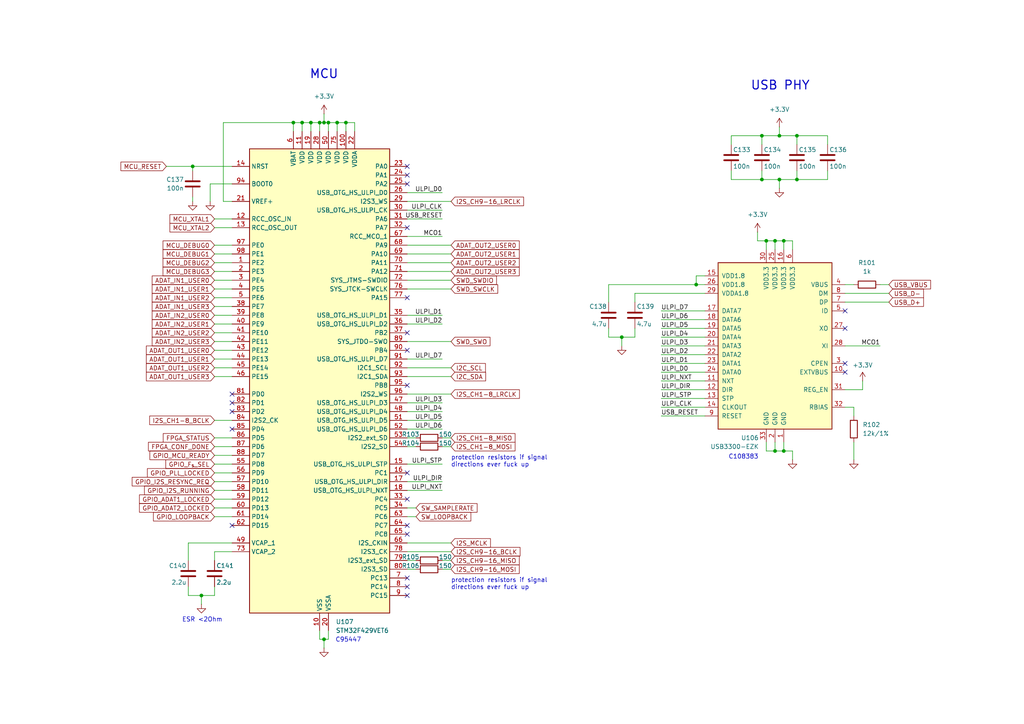
<source format=kicad_sch>
(kicad_sch (version 20250114) (generator "eeschema") (generator_version "9.0")
  (paper "A4")
  (title_block (title "16-in, 16-out USB <-> ADAT interface") (date "2025-09-29") (rev "1.0a") (company "Rethera") (comment 1 "Drawn by Łukasz Świszcz"))
  (lib_symbols
    (symbol "Device:C" (pin_numbers (hide yes)) (pin_names (offset 0.254))
      (property "Reference" "C" (at 0.635 2.54 0))
      (property "Value" "C" (at 0.635 -2.54 0))
      (symbol "C_0_1"
        (polyline (pts (xy -2.032 0.762) (xy 2.032 0.762)) (stroke (width 0.508)))
        (polyline (pts (xy -2.032 -0.762) (xy 2.032 -0.762)) (stroke (width 0.508)))
      )
      (symbol "C_1_1"
        (pin passive line (at 0 3.81 270) (length 2.794) (name "~") (number "1"))
        (pin passive line (at 0 -3.81 90) (length 2.794) (name "~") (number "2"))
      )
    )
    (symbol "Device:R" (pin_numbers (hide yes)) (pin_names (offset 0))
      (property "Reference" "R" (at 2.032 0 90))
      (property "Value" "R" (at 0 0 90))
      (symbol "R_0_1"
        (rectangle (start -1.016 -2.54) (end 1.016 2.54) (stroke (width 0.254)))
      )
      (symbol "R_1_1"
        (pin passive line (at 0 3.81 270) (length 1.27) (name "~") (number "1"))
        (pin passive line (at 0 -3.81 90) (length 1.27) (name "~") (number "2"))
      )
    )
    (symbol "Interface_USB:USB3300-EZK" (pin_names (offset 1.016))
      (property "Reference" "U" (at 0 1.27 0))
      (property "Value" "USB3300-EZK" (at 0 -1.27 0))
      (symbol "USB3300-EZK_0_1"
        (rectangle (start 16.51 -24.13) (end -16.51 24.13) (stroke (width 0.254)) (fill (type background)))
      )
      (symbol "USB3300-EZK_1_1"
        (pin power_in line (at -20.32 17.78 0) (length 3.81) (name "VBUS") (number "4"))
        (pin bidirectional line (at -20.32 15.24 0) (length 3.81) (name "DM") (number "8"))
        (pin bidirectional line (at -20.32 12.7 0) (length 3.81) (name "DP") (number "7"))
        (pin input line (at -20.32 10.16 0) (length 3.81) (name "ID") (number "5"))
        (pin output line (at -20.32 5.08 0) (length 3.81) (name "XO") (number "27"))
        (pin input line (at -20.32 0 0) (length 3.81) (name "XI") (number "28"))
        (pin output line (at -20.32 -5.08 0) (length 3.81) (name "CPEN") (number "3"))
        (pin input line (at -20.32 -7.62 0) (length 3.81) (name "EXTVBUS") (number "10"))
        (pin bidirectional line (at -20.32 -12.7 0) (length 3.81) (name "REG_EN") (number "31"))
        (pin passive line (at -20.32 -17.78 0) (length 3.81) (name "RBIAS") (number "32"))
        (pin power_in line (at -5.08 27.94 270) (length 3.81) (name "VDD3.3") (number "6"))
        (pin power_in line (at -2.54 27.94 270) (length 3.81) (name "VDD3.3") (number "16"))
        (pin power_in line (at -2.54 -27.94 90) (length 3.81) (name "GND") (number "1"))
        (pin power_in line (at 0 27.94 270) (length 3.81) (name "VDD3.3") (number "25"))
        (pin power_in line (at 0 -27.94 90) (length 3.81) (name "GND") (number "2"))
        (pin power_in line (at 2.54 27.94 270) (length 3.81) (name "VDD3.3") (number "30"))
        (pin power_in line (at 2.54 -27.94 90) (length 3.81) (name "GND") (number "33"))
        (pin power_out line (at 20.32 20.32 180) (length 3.81) (name "VDD1.8") (number "15"))
        (pin power_out line (at 20.32 17.78 180) (length 3.81) (name "VDD1.8") (number "26"))
        (pin power_out line (at 20.32 15.24 180) (length 3.81) (name "VDDA1.8") (number "29"))
        (pin bidirectional line (at 20.32 10.16 180) (length 3.81) (name "DATA7") (number "17"))
        (pin bidirectional line (at 20.32 7.62 180) (length 3.81) (name "DATA6") (number "18"))
        (pin bidirectional line (at 20.32 5.08 180) (length 3.81) (name "DATA5") (number "19"))
        (pin bidirectional line (at 20.32 2.54 180) (length 3.81) (name "DATA4") (number "20"))
        (pin bidirectional line (at 20.32 0 180) (length 3.81) (name "DATA3") (number "21"))
        (pin bidirectional line (at 20.32 -2.54 180) (length 3.81) (name "DATA2") (number "22"))
        (pin bidirectional line (at 20.32 -5.08 180) (length 3.81) (name "DATA1") (number "23"))
        (pin bidirectional line (at 20.32 -7.62 180) (length 3.81) (name "DATA0") (number "24"))
        (pin output line (at 20.32 -10.16 180) (length 3.81) (name "NXT") (number "11"))
        (pin output line (at 20.32 -12.7 180) (length 3.81) (name "DIR") (number "12"))
        (pin input line (at 20.32 -15.24 180) (length 3.81) (name "STP") (number "13"))
        (pin output line (at 20.32 -17.78 180) (length 3.81) (name "CLKOUT") (number "14"))
        (pin input line (at 20.32 -20.32 180) (length 3.81) (name "RESET") (number "9"))
      )
    )
    (symbol "MCU_ST_STM32F4:STM32F427VGTx"
      (property "Reference" "U" (at -20.32 69.85 0))
      (property "Value" "STM32F427VGTx" (at 12.7 69.85 0))
      (symbol "STM32F427VGTx_0_1"
        (rectangle (start -20.32 -66.04) (end 20.32 68.58) (stroke (width 0.254)) (fill (type background)))
      )
      (symbol "STM32F427VGTx_1_1"
        (pin input line (at -25.4 63.5 0) (length 5.08) (name "NRST") (number "14"))
        (pin input line (at -25.4 58.42 0) (length 5.08) (name "BOOT0") (number "94"))
        (pin input line (at -25.4 53.34 0) (length 5.08) (name "VREF+") (number "21"))
        (pin bidirectional line (at -25.4 48.26 0) (length 5.08) (name "PH0") (number "12") (alternate "RCC_OSC_IN" bidirectional line))
        (pin bidirectional line (at -25.4 45.72 0) (length 5.08) (name "PH1") (number "13") (alternate "RCC_OSC_OUT" bidirectional line))
        (pin bidirectional line (at -25.4 40.64 0) (length 5.08) (name "PE0") (number "97"))
        (pin bidirectional line (at -25.4 38.1 0) (length 5.08) (name "PE1") (number "98"))
        (pin bidirectional line (at -25.4 35.56 0) (length 5.08) (name "PE2") (number "1"))
        (pin bidirectional line (at -25.4 33.02 0) (length 5.08) (name "PE3") (number "2"))
        (pin bidirectional line (at -25.4 30.48 0) (length 5.08) (name "PE4") (number "3"))
        (pin bidirectional line (at -25.4 27.94 0) (length 5.08) (name "PE5") (number "4"))
        (pin bidirectional line (at -25.4 25.4 0) (length 5.08) (name "PE6") (number "5"))
        (pin bidirectional line (at -25.4 22.86 0) (length 5.08) (name "PE7") (number "38"))
        (pin bidirectional line (at -25.4 20.32 0) (length 5.08) (name "PE8") (number "39"))
        (pin bidirectional line (at -25.4 17.78 0) (length 5.08) (name "PE9") (number "40"))
        (pin bidirectional line (at -25.4 15.24 0) (length 5.08) (name "PE10") (number "41"))
        (pin bidirectional line (at -25.4 12.7 0) (length 5.08) (name "PE11") (number "42"))
        (pin bidirectional line (at -25.4 10.16 0) (length 5.08) (name "PE12") (number "43"))
        (pin bidirectional line (at -25.4 7.62 0) (length 5.08) (name "PE13") (number "44"))
        (pin bidirectional line (at -25.4 5.08 0) (length 5.08) (name "PE14") (number "45"))
        (pin bidirectional line (at -25.4 2.54 0) (length 5.08) (name "PE15") (number "46"))
        (pin bidirectional line (at -25.4 -2.54 0) (length 5.08) (name "PD0") (number "81"))
        (pin bidirectional line (at -25.4 -5.08 0) (length 5.08) (name "PD1") (number "82"))
        (pin bidirectional line (at -25.4 -7.62 0) (length 5.08) (name "PD2") (number "83"))
        (pin bidirectional line (at -25.4 -10.16 0) (length 5.08) (name "PD3") (number "84") (alternate "I2S2_CK" bidirectional line))
        (pin bidirectional line (at -25.4 -12.7 0) (length 5.08) (name "PD4") (number "85"))
        (pin bidirectional line (at -25.4 -15.24 0) (length 5.08) (name "PD5") (number "86"))
        (pin bidirectional line (at -25.4 -17.78 0) (length 5.08) (name "PD6") (number "87") (alternate "I2S3_SD" bidirectional line))
        (pin bidirectional line (at -25.4 -20.32 0) (length 5.08) (name "PD7") (number "88"))
        (pin bidirectional line (at -25.4 -22.86 0) (length 5.08) (name "PD8") (number "55"))
        (pin bidirectional line (at -25.4 -25.4 0) (length 5.08) (name "PD9") (number "56"))
        (pin bidirectional line (at -25.4 -27.94 0) (length 5.08) (name "PD10") (number "57"))
        (pin bidirectional line (at -25.4 -30.48 0) (length 5.08) (name "PD11") (number "58"))
        (pin bidirectional line (at -25.4 -33.02 0) (length 5.08) (name "PD12") (number "59"))
        (pin bidirectional line (at -25.4 -35.56 0) (length 5.08) (name "PD13") (number "60"))
        (pin bidirectional line (at -25.4 -38.1 0) (length 5.08) (name "PD14") (number "61"))
        (pin bidirectional line (at -25.4 -40.64 0) (length 5.08) (name "PD15") (number "62"))
        (pin power_out line (at -25.4 -45.72 0) (length 5.08) (name "VCAP_1") (number "49"))
        (pin power_out line (at -25.4 -48.26 0) (length 5.08) (name "VCAP_2") (number "73"))
        (pin power_in line (at -7.62 73.66 270) (length 5.08) (name "VBAT") (number "6"))
        (pin power_in line (at -5.08 73.66 270) (length 5.08) (name "VDD") (number "11"))
        (pin power_in line (at -2.54 73.66 270) (length 5.08) (name "VDD") (number "19"))
        (pin power_in line (at 0 73.66 270) (length 5.08) (name "VDD") (number "28"))
        (pin power_in line (at 0 -71.12 90) (length 5.08) (name "VSS") (number "10"))
        (pin passive line (at 0 -71.12 90) (length 5.08) (hide yes) (name "VSS") (number "27"))
        (pin passive line (at 0 -71.12 90) (length 5.08) (hide yes) (name "VSS") (number "74"))
        (pin passive line (at 0 -71.12 90) (length 5.08) (hide yes) (name "VSS") (number "99"))
        (pin power_in line (at 2.54 73.66 270) (length 5.08) (name "VDD") (number "50"))
        (pin power_in line (at 2.54 -71.12 90) (length 5.08) (name "VSSA") (number "20"))
        (pin power_in line (at 5.08 73.66 270) (length 5.08) (name "VDD") (number "75"))
        (pin power_in line (at 7.62 73.66 270) (length 5.08) (name "VDD") (number "100"))
        (pin power_in line (at 10.16 73.66 270) (length 5.08) (name "VDDA") (number "22"))
        (pin bidirectional line (at 25.4 63.5 180) (length 5.08) (name "PA0") (number "23"))
        (pin bidirectional line (at 25.4 60.96 180) (length 5.08) (name "PA1") (number "24"))
        (pin bidirectional line (at 25.4 58.42 180) (length 5.08) (name "PA2") (number "25"))
        (pin bidirectional line (at 25.4 55.88 180) (length 5.08) (name "PA3") (number "26") (alternate "USB_OTG_HS_ULPI_D0" bidirectional line))
        (pin bidirectional line (at 25.4 53.34 180) (length 5.08) (name "PA4") (number "29") (alternate "I2S3_WS" bidirectional line))
        (pin bidirectional line (at 25.4 50.8 180) (length 5.08) (name "PA5") (number "30") (alternate "USB_OTG_HS_ULPI_CK" bidirectional line))
        (pin bidirectional line (at 25.4 48.26 180) (length 5.08) (name "PA6") (number "31"))
        (pin bidirectional line (at 25.4 45.72 180) (length 5.08) (name "PA7") (number "32"))
        (pin bidirectional line (at 25.4 43.18 180) (length 5.08) (name "PA8") (number "67") (alternate "RCC_MCO_1" bidirectional line))
        (pin bidirectional line (at 25.4 40.64 180) (length 5.08) (name "PA9") (number "68"))
        (pin bidirectional line (at 25.4 38.1 180) (length 5.08) (name "PA10") (number "69"))
        (pin bidirectional line (at 25.4 35.56 180) (length 5.08) (name "PA11") (number "70"))
        (pin bidirectional line (at 25.4 33.02 180) (length 5.08) (name "PA12") (number "71"))
        (pin bidirectional line (at 25.4 30.48 180) (length 5.08) (name "PA13") (number "72") (alternate "SYS_JTMS-SWDIO" bidirectional line))
        (pin bidirectional line (at 25.4 27.94 180) (length 5.08) (name "PA14") (number "76") (alternate "SYS_JTCK-SWCLK" bidirectional line))
        (pin bidirectional line (at 25.4 25.4 180) (length 5.08) (name "PA15") (number "77") (alternate "I2S3_WS" bidirectional line))
        (pin bidirectional line (at 25.4 20.32 180) (length 5.08) (name "PB0") (number "35") (alternate "USB_OTG_HS_ULPI_D1" bidirectional line))
        (pin bidirectional line (at 25.4 17.78 180) (length 5.08) (name "PB1") (number "36") (alternate "USB_OTG_HS_ULPI_D2" bidirectional line))
        (pin bidirectional line (at 25.4 15.24 180) (length 5.08) (name "PB2") (number "37"))
        (pin bidirectional line (at 25.4 12.7 180) (length 5.08) (name "PB3") (number "89") (alternate "I2S3_CK" bidirectional line) (alternate "SYS_JTDO-SWO" bidirectional line))
        (pin bidirectional line (at 25.4 10.16 180) (length 5.08) (name "PB4") (number "90") (alternate "I2S3_ext_SD" bidirectional line))
        (pin bidirectional line (at 25.4 7.62 180) (length 5.08) (name "PB5") (number "91") (alternate "I2S3_SD" bidirectional line) (alternate "USB_OTG_HS_ULPI_D7" bidirectional line))
        (pin bidirectional line (at 25.4 5.08 180) (length 5.08) (name "PB6") (number "92") (alternate "I2C1_SCL" bidirectional line))
        (pin bidirectional line (at 25.4 2.54 180) (length 5.08) (name "PB7") (number "93") (alternate "I2C1_SDA" bidirectional line))
        (pin bidirectional line (at 25.4 0 180) (length 5.08) (name "PB8") (number "95") (alternate "I2C1_SCL" bidirectional line))
        (pin bidirectional line (at 25.4 -2.54 180) (length 5.08) (name "PB9") (number "96") (alternate "I2C1_SDA" bidirectional line) (alternate "I2S2_WS" bidirectional line))
        (pin bidirectional line (at 25.4 -5.08 180) (length 5.08) (name "PB10") (number "47") (alternate "I2S2_CK" bidirectional line) (alternate "USB_OTG_HS_ULPI_D3" bidirectional line))
        (pin bidirectional line (at 25.4 -7.62 180) (length 5.08) (name "PB11") (number "48") (alternate "USB_OTG_HS_ULPI_D4" bidirectional line))
        (pin bidirectional line (at 25.4 -10.16 180) (length 5.08) (name "PB12") (number "51") (alternate "I2S2_WS" bidirectional line) (alternate "USB_OTG_HS_ULPI_D5" bidirectional line))
        (pin bidirectional line (at 25.4 -12.7 180) (length 5.08) (name "PB13") (number "52") (alternate "I2S2_CK" bidirectional line) (alternate "USB_OTG_HS_ULPI_D6" bidirectional line))
        (pin bidirectional line (at 25.4 -15.24 180) (length 5.08) (name "PB14") (number "53") (alternate "I2S2_ext_SD" bidirectional line))
        (pin bidirectional line (at 25.4 -17.78 180) (length 5.08) (name "PB15") (number "54") (alternate "I2S2_SD" bidirectional line))
        (pin bidirectional line (at 25.4 -22.86 180) (length 5.08) (name "PC0") (number "15") (alternate "USB_OTG_HS_ULPI_STP" bidirectional line))
        (pin bidirectional line (at 25.4 -25.4 180) (length 5.08) (name "PC1") (number "16"))
        (pin bidirectional line (at 25.4 -27.94 180) (length 5.08) (name "PC2") (number "17") (alternate "I2S2_ext_SD" bidirectional line) (alternate "USB_OTG_HS_ULPI_DIR" bidirectional line))
        (pin bidirectional line (at 25.4 -30.48 180) (length 5.08) (name "PC3") (number "18") (alternate "I2S2_SD" bidirectional line) (alternate "USB_OTG_HS_ULPI_NXT" bidirectional line))
        (pin bidirectional line (at 25.4 -33.02 180) (length 5.08) (name "PC4") (number "33"))
        (pin bidirectional line (at 25.4 -35.56 180) (length 5.08) (name "PC5") (number "34"))
        (pin bidirectional line (at 25.4 -38.1 180) (length 5.08) (name "PC6") (number "63"))
        (pin bidirectional line (at 25.4 -40.64 180) (length 5.08) (name "PC7") (number "64"))
        (pin bidirectional line (at 25.4 -43.18 180) (length 5.08) (name "PC8") (number "65"))
        (pin bidirectional line (at 25.4 -45.72 180) (length 5.08) (name "PC9") (number "66") (alternate "I2S_CKIN" bidirectional line))
        (pin bidirectional line (at 25.4 -48.26 180) (length 5.08) (name "PC10") (number "78") (alternate "I2S3_CK" bidirectional line))
        (pin bidirectional line (at 25.4 -50.8 180) (length 5.08) (name "PC11") (number "79") (alternate "I2S3_ext_SD" bidirectional line))
        (pin bidirectional line (at 25.4 -53.34 180) (length 5.08) (name "PC12") (number "80") (alternate "I2S3_SD" bidirectional line))
        (pin bidirectional line (at 25.4 -55.88 180) (length 5.08) (name "PC13") (number "7"))
        (pin bidirectional line (at 25.4 -58.42 180) (length 5.08) (name "PC14") (number "8"))
        (pin bidirectional line (at 25.4 -60.96 180) (length 5.08) (name "PC15") (number "9"))
      )
    )
    (symbol "power:+3.3V" (power) (pin_numbers (hide yes)) (pin_names (offset 0) (hide yes))
      (property "Value" "+3.3V" (at 0 3.556 0))
      (symbol "+3.3V_0_1"
        (polyline (pts (xy -0.762 1.27) (xy 0 2.54)))
        (polyline (pts (xy 0 2.54) (xy 0.762 1.27)))
        (polyline (pts (xy 0 0) (xy 0 2.54)))
      )
      (symbol "+3.3V_1_1"
        (pin power_in line (at 0 0 90) (length 0) (name "~") (number "1"))
      )
    )
    (symbol "power:GND" (power) (pin_numbers (hide yes)) (pin_names (offset 0) (hide yes))
      (property "Value" "GND" (at 0 -3.81 0))
      (symbol "GND_0_1"
        (polyline (pts (xy 0 0) (xy 0 -1.27) (xy 1.27 -1.27) (xy 0 -2.54) (xy -1.27 -1.27) (xy 0 -1.27)))
      )
      (symbol "GND_1_1"
        (pin power_in line (at 0 0 270) (length 0) (name "~") (number "1"))
      )
    )
  )
  (text "USB PHY" (at 226.314 24.892 0) (effects (font (size 2.54 2.54) (thickness 0.3175))))
  (text "C108383" (at 215.646 132.588 0) (effects (font (size 1.27 1.27))))
  (text "MCU" (at 93.98 21.59 0) (effects (font (size 2.54 2.54) (thickness 0.3175))))
  (text "protection resistors if signal\ndirections ever fuck up" (at 130.81 133.858 0) (effects (font (size 1.27 1.27)) (justify left)))
  (text "protection resistors if signal\ndirections ever fuck up" (at 130.81 169.418 0) (effects (font (size 1.27 1.27)) (justify left)))
  (text "C95447" (at 97.282 185.674 0) (effects (font (size 1.27 1.27)) (justify left)))
  (text "ESR <2Ohm" (at 58.674 179.832 0) (effects (font (size 1.27 1.27))))
  (junction (at 100.33 35.56))
  (junction (at 87.63 35.56))
  (junction (at 224.79 130.81))
  (junction (at 201.93 82.55))
  (junction (at 90.17 35.56))
  (junction (at 93.98 185.42))
  (junction (at 220.98 39.37))
  (junction (at 226.06 52.07))
  (junction (at 227.33 69.85))
  (junction (at 97.79 35.56))
  (junction (at 222.25 69.85))
  (junction (at 180.34 97.79))
  (junction (at 92.71 35.56))
  (junction (at 220.98 52.07))
  (junction (at 85.09 35.56))
  (junction (at 58.42 172.72))
  (junction (at 227.33 130.81))
  (junction (at 224.79 69.85))
  (junction (at 93.98 35.56))
  (junction (at 226.06 39.37))
  (junction (at 231.14 52.07))
  (junction (at 95.25 35.56))
  (junction (at 231.14 39.37))
  (junction (at 55.88 48.26))
  (no_connect (at 118.11 152.4))
  (no_connect (at 118.11 154.94))
  (no_connect (at 67.31 124.46))
  (no_connect (at 118.11 172.72))
  (no_connect (at 118.11 53.34))
  (no_connect (at 118.11 144.78))
  (no_connect (at 67.31 119.38))
  (no_connect (at 118.11 50.8))
  (no_connect (at 118.11 101.6))
  (no_connect (at 245.11 107.95))
  (no_connect (at 245.11 90.17))
  (no_connect (at 67.31 114.3))
  (no_connect (at 118.11 66.04))
  (no_connect (at 245.11 95.25))
  (no_connect (at 118.11 167.64))
  (no_connect (at 118.11 170.18))
  (no_connect (at 118.11 137.16))
  (no_connect (at 67.31 116.84))
  (no_connect (at 245.11 105.41))
  (no_connect (at 118.11 48.26))
  (no_connect (at 118.11 96.52))
  (no_connect (at 118.11 86.36))
  (no_connect (at 118.11 111.76))
  (no_connect (at 67.31 152.4))
  (wire (pts (xy 55.88 48.26) (xy 55.88 49.53)))
  (wire (pts (xy 97.79 35.56) (xy 100.33 35.56)))
  (wire (pts (xy 130.81 73.66) (xy 118.11 73.66)))
  (wire (pts (xy 130.81 78.74) (xy 118.11 78.74)))
  (wire (pts (xy 231.14 49.53) (xy 231.14 52.07)))
  (wire (pts (xy 62.23 134.62) (xy 67.31 134.62)))
  (wire (pts (xy 130.81 160.02) (xy 118.11 160.02)))
  (wire (pts (xy 95.25 35.56) (xy 95.25 38.1)))
  (wire (pts (xy 191.77 120.65) (xy 204.47 120.65)))
  (wire (pts (xy 62.23 121.92) (xy 67.31 121.92)))
  (wire (pts (xy 191.77 97.79) (xy 204.47 97.79)))
  (wire (pts (xy 130.81 71.12) (xy 118.11 71.12)))
  (wire (pts (xy 60.96 53.34) (xy 67.31 53.34)))
  (wire (pts (xy 191.77 107.95) (xy 204.47 107.95)))
  (wire (pts (xy 64.77 35.56) (xy 85.09 35.56)))
  (wire (pts (xy 128.27 134.62) (xy 118.11 134.62)))
  (wire (pts (xy 180.34 100.33) (xy 180.34 97.79)))
  (wire (pts (xy 93.98 35.56) (xy 95.25 35.56)))
  (wire (pts (xy 62.23 71.12) (xy 67.31 71.12)))
  (wire (pts (xy 62.23 76.2) (xy 67.31 76.2)))
  (wire (pts (xy 118.11 127) (xy 120.65 127)))
  (wire (pts (xy 118.11 162.56) (xy 120.65 162.56)))
  (wire (pts (xy 201.93 80.01) (xy 201.93 82.55)))
  (wire (pts (xy 118.11 149.86) (xy 120.65 149.86)))
  (wire (pts (xy 180.34 97.79) (xy 184.15 97.79)))
  (wire (pts (xy 184.15 85.09) (xy 204.47 85.09)))
  (wire (pts (xy 229.87 130.81) (xy 229.87 133.35)))
  (wire (pts (xy 62.23 147.32) (xy 67.31 147.32)))
  (wire (pts (xy 220.98 49.53) (xy 220.98 52.07)))
  (wire (pts (xy 118.11 63.5) (xy 128.27 63.5)))
  (wire (pts (xy 62.23 99.06) (xy 67.31 99.06)))
  (wire (pts (xy 191.77 113.03) (xy 204.47 113.03)))
  (wire (pts (xy 62.23 73.66) (xy 67.31 73.66)))
  (wire (pts (xy 62.23 78.74) (xy 67.31 78.74)))
  (wire (pts (xy 128.27 124.46) (xy 118.11 124.46)))
  (wire (pts (xy 222.25 128.27) (xy 222.25 130.81)))
  (wire (pts (xy 128.27 55.88) (xy 118.11 55.88)))
  (wire (pts (xy 224.79 130.81) (xy 224.79 128.27)))
  (wire (pts (xy 62.23 96.52) (xy 67.31 96.52)))
  (wire (pts (xy 220.98 52.07) (xy 212.09 52.07)))
  (wire (pts (xy 226.06 52.07) (xy 226.06 54.61)))
  (wire (pts (xy 245.11 87.63) (xy 257.81 87.63)))
  (wire (pts (xy 92.71 182.88) (xy 92.71 185.42)))
  (wire (pts (xy 191.77 102.87) (xy 204.47 102.87)))
  (wire (pts (xy 240.03 49.53) (xy 240.03 52.07)))
  (wire (pts (xy 227.33 130.81) (xy 224.79 130.81)))
  (wire (pts (xy 118.11 83.82) (xy 130.81 83.82)))
  (wire (pts (xy 191.77 110.49) (xy 204.47 110.49)))
  (wire (pts (xy 128.27 127) (xy 130.81 127)))
  (wire (pts (xy 102.87 35.56) (xy 102.87 38.1)))
  (wire (pts (xy 90.17 35.56) (xy 90.17 38.1)))
  (wire (pts (xy 62.23 170.18) (xy 62.23 172.72)))
  (wire (pts (xy 224.79 69.85) (xy 224.79 72.39)))
  (wire (pts (xy 58.42 172.72) (xy 58.42 175.26)))
  (wire (pts (xy 62.23 137.16) (xy 67.31 137.16)))
  (wire (pts (xy 60.96 53.34) (xy 60.96 58.42)))
  (wire (pts (xy 67.31 58.42) (xy 64.77 58.42)))
  (wire (pts (xy 222.25 130.81) (xy 224.79 130.81)))
  (wire (pts (xy 184.15 95.25) (xy 184.15 97.79)))
  (wire (pts (xy 201.93 82.55) (xy 204.47 82.55)))
  (wire (pts (xy 229.87 130.81) (xy 227.33 130.81)))
  (wire (pts (xy 62.23 142.24) (xy 67.31 142.24)))
  (wire (pts (xy 90.17 35.56) (xy 92.71 35.56)))
  (wire (pts (xy 176.53 82.55) (xy 176.53 87.63)))
  (wire (pts (xy 62.23 149.86) (xy 67.31 149.86)))
  (wire (pts (xy 128.27 139.7) (xy 118.11 139.7)))
  (wire (pts (xy 93.98 185.42) (xy 95.25 185.42)))
  (wire (pts (xy 62.23 81.28) (xy 67.31 81.28)))
  (wire (pts (xy 250.19 113.03) (xy 250.19 110.49)))
  (wire (pts (xy 67.31 160.02) (xy 62.23 160.02)))
  (wire (pts (xy 229.87 69.85) (xy 229.87 72.39)))
  (wire (pts (xy 231.14 39.37) (xy 231.14 41.91)))
  (wire (pts (xy 224.79 69.85) (xy 227.33 69.85)))
  (wire (pts (xy 128.27 121.92) (xy 118.11 121.92)))
  (wire (pts (xy 118.11 99.06) (xy 130.81 99.06)))
  (wire (pts (xy 62.23 160.02) (xy 62.23 162.56)))
  (wire (pts (xy 118.11 129.54) (xy 120.65 129.54)))
  (wire (pts (xy 118.11 58.42) (xy 130.81 58.42)))
  (wire (pts (xy 222.25 69.85) (xy 224.79 69.85)))
  (wire (pts (xy 191.77 105.41) (xy 204.47 105.41)))
  (wire (pts (xy 212.09 39.37) (xy 220.98 39.37)))
  (wire (pts (xy 128.27 129.54) (xy 130.81 129.54)))
  (wire (pts (xy 97.79 35.56) (xy 97.79 38.1)))
  (wire (pts (xy 54.61 157.48) (xy 54.61 162.56)))
  (wire (pts (xy 128.27 60.96) (xy 118.11 60.96)))
  (wire (pts (xy 87.63 35.56) (xy 90.17 35.56)))
  (wire (pts (xy 219.71 69.85) (xy 222.25 69.85)))
  (wire (pts (xy 62.23 66.04) (xy 67.31 66.04)))
  (wire (pts (xy 227.33 69.85) (xy 229.87 69.85)))
  (wire (pts (xy 191.77 115.57) (xy 204.47 115.57)))
  (wire (pts (xy 176.53 82.55) (xy 201.93 82.55)))
  (wire (pts (xy 220.98 39.37) (xy 226.06 39.37)))
  (wire (pts (xy 62.23 93.98) (xy 67.31 93.98)))
  (wire (pts (xy 118.11 106.68) (xy 130.81 106.68)))
  (wire (pts (xy 220.98 52.07) (xy 226.06 52.07)))
  (wire (pts (xy 62.23 139.7) (xy 67.31 139.7)))
  (wire (pts (xy 54.61 172.72) (xy 58.42 172.72)))
  (wire (pts (xy 227.33 69.85) (xy 227.33 72.39)))
  (wire (pts (xy 100.33 35.56) (xy 102.87 35.56)))
  (wire (pts (xy 226.06 36.83) (xy 226.06 39.37)))
  (wire (pts (xy 118.11 109.22) (xy 130.81 109.22)))
  (wire (pts (xy 128.27 116.84) (xy 118.11 116.84)))
  (wire (pts (xy 240.03 39.37) (xy 240.03 41.91)))
  (wire (pts (xy 247.65 128.27) (xy 247.65 133.35)))
  (wire (pts (xy 62.23 109.22) (xy 67.31 109.22)))
  (wire (pts (xy 245.11 82.55) (xy 247.65 82.55)))
  (wire (pts (xy 191.77 92.71) (xy 204.47 92.71)))
  (wire (pts (xy 48.26 48.26) (xy 55.88 48.26)))
  (wire (pts (xy 231.14 39.37) (xy 240.03 39.37)))
  (wire (pts (xy 231.14 52.07) (xy 240.03 52.07)))
  (wire (pts (xy 85.09 38.1) (xy 85.09 35.56)))
  (wire (pts (xy 128.27 119.38) (xy 118.11 119.38)))
  (wire (pts (xy 95.25 185.42) (xy 95.25 182.88)))
  (wire (pts (xy 93.98 185.42) (xy 93.98 187.96)))
  (wire (pts (xy 62.23 83.82) (xy 67.31 83.82)))
  (wire (pts (xy 247.65 120.65) (xy 247.65 118.11)))
  (wire (pts (xy 62.23 86.36) (xy 67.31 86.36)))
  (wire (pts (xy 92.71 35.56) (xy 93.98 35.56)))
  (wire (pts (xy 62.23 127) (xy 67.31 127)))
  (wire (pts (xy 67.31 157.48) (xy 54.61 157.48)))
  (wire (pts (xy 62.23 104.14) (xy 67.31 104.14)))
  (wire (pts (xy 64.77 58.42) (xy 64.77 35.56)))
  (wire (pts (xy 128.27 165.1) (xy 130.81 165.1)))
  (wire (pts (xy 220.98 39.37) (xy 220.98 41.91)))
  (wire (pts (xy 226.06 39.37) (xy 231.14 39.37)))
  (wire (pts (xy 95.25 35.56) (xy 97.79 35.56)))
  (wire (pts (xy 62.23 106.68) (xy 67.31 106.68)))
  (wire (pts (xy 62.23 132.08) (xy 67.31 132.08)))
  (wire (pts (xy 128.27 93.98) (xy 118.11 93.98)))
  (wire (pts (xy 55.88 57.15) (xy 55.88 58.42)))
  (wire (pts (xy 62.23 88.9) (xy 67.31 88.9)))
  (wire (pts (xy 226.06 52.07) (xy 231.14 52.07)))
  (wire (pts (xy 118.11 157.48) (xy 130.81 157.48)))
  (wire (pts (xy 128.27 162.56) (xy 130.81 162.56)))
  (wire (pts (xy 176.53 97.79) (xy 180.34 97.79)))
  (wire (pts (xy 100.33 35.56) (xy 100.33 38.1)))
  (wire (pts (xy 191.77 100.33) (xy 204.47 100.33)))
  (wire (pts (xy 87.63 35.56) (xy 87.63 38.1)))
  (wire (pts (xy 245.11 113.03) (xy 250.19 113.03)))
  (wire (pts (xy 58.42 172.72) (xy 62.23 172.72)))
  (wire (pts (xy 128.27 104.14) (xy 118.11 104.14)))
  (wire (pts (xy 85.09 35.56) (xy 87.63 35.56)))
  (wire (pts (xy 176.53 95.25) (xy 176.53 97.79)))
  (wire (pts (xy 118.11 147.32) (xy 120.65 147.32)))
  (wire (pts (xy 222.25 72.39) (xy 222.25 69.85)))
  (wire (pts (xy 212.09 39.37) (xy 212.09 41.91)))
  (wire (pts (xy 255.27 82.55) (xy 257.81 82.55)))
  (wire (pts (xy 191.77 95.25) (xy 204.47 95.25)))
  (wire (pts (xy 245.11 85.09) (xy 257.81 85.09)))
  (wire (pts (xy 219.71 67.31) (xy 219.71 69.85)))
  (wire (pts (xy 92.71 35.56) (xy 92.71 38.1)))
  (wire (pts (xy 245.11 100.33) (xy 255.27 100.33)))
  (wire (pts (xy 54.61 172.72) (xy 54.61 170.18)))
  (wire (pts (xy 128.27 142.24) (xy 118.11 142.24)))
  (wire (pts (xy 227.33 128.27) (xy 227.33 130.81)))
  (wire (pts (xy 118.11 81.28) (xy 130.81 81.28)))
  (wire (pts (xy 118.11 68.58) (xy 128.27 68.58)))
  (wire (pts (xy 128.27 91.44) (xy 118.11 91.44)))
  (wire (pts (xy 191.77 118.11) (xy 204.47 118.11)))
  (wire (pts (xy 62.23 101.6) (xy 67.31 101.6)))
  (wire (pts (xy 62.23 63.5) (xy 67.31 63.5)))
  (wire (pts (xy 184.15 85.09) (xy 184.15 87.63)))
  (wire (pts (xy 62.23 129.54) (xy 67.31 129.54)))
  (wire (pts (xy 62.23 91.44) (xy 67.31 91.44)))
  (wire (pts (xy 247.65 118.11) (xy 245.11 118.11)))
  (wire (pts (xy 55.88 48.26) (xy 67.31 48.26)))
  (wire (pts (xy 93.98 33.02) (xy 93.98 35.56)))
  (wire (pts (xy 92.71 185.42) (xy 93.98 185.42)))
  (wire (pts (xy 191.77 90.17) (xy 204.47 90.17)))
  (wire (pts (xy 204.47 80.01) (xy 201.93 80.01)))
  (wire (pts (xy 118.11 165.1) (xy 120.65 165.1)))
  (wire (pts (xy 62.23 144.78) (xy 67.31 144.78)))
  (wire (pts (xy 212.09 52.07) (xy 212.09 49.53)))
  (wire (pts (xy 118.11 114.3) (xy 130.81 114.3)))
  (wire (pts (xy 130.81 76.2) (xy 118.11 76.2)))
  (label "ULPI_D5" (at 128.27 121.92 180))
  (label "USB_RESET" (at 191.77 120.65 0))
  (label "ULPI_D0" (at 128.27 55.88 180))
  (label "ULPI_D6" (at 191.77 92.71 0))
  (label "ULPI_D7" (at 191.77 90.17 0))
  (label "ULPI_D3" (at 128.27 116.84 180))
  (label "ULPI_D4" (at 191.77 97.79 0))
  (label "ULPI_D5" (at 191.77 95.25 0))
  (label "ULPI_D3" (at 191.77 100.33 0))
  (label "ULPI_D2" (at 191.77 102.87 0))
  (label "ULPI_D1" (at 191.77 105.41 0))
  (label "ULPI_D0" (at 191.77 107.95 0))
  (label "ULPI_STP" (at 191.77 115.57 0))
  (label "ULPI_NXT" (at 191.77 110.49 0))
  (label "ULPI_D6" (at 128.27 124.46 180))
  (label "ULPI_NXT" (at 128.27 142.24 180))
  (label "ULPI_CLK" (at 191.77 118.11 0))
  (label "MCO1" (at 255.27 100.33 180))
  (label "ULPI_D4" (at 128.27 119.38 180))
  (label "USB_RESET" (at 128.27 63.5 180))
  (label "ULPI_CLK" (at 128.27 60.96 180))
  (label "ULPI_D7" (at 128.27 104.14 180))
  (label "ULPI_D2" (at 128.27 93.98 180))
  (label "ULPI_D1" (at 128.27 91.44 180))
  (label "ULPI_STP" (at 128.27 134.62 180))
  (label "ULPI_DIR" (at 128.27 139.7 180))
  (label "ULPI_DIR" (at 191.77 113.03 0))
  (label "MCO1" (at 128.27 68.58 180))
  (global_label "GPIO_F_{s}_SEL" (shape input) (at 62.23 134.62 180) (property "Intersheetrefs" "${INTERSHEET_REFS}" (effects (hide yes))))
  (global_label "GPIO_I2S_RESYNC_REQ" (shape input) (at 62.23 139.7 180) (property "Intersheetrefs" "${INTERSHEET_REFS}" (effects (hide yes))))
  (global_label "ADAT_IN2_USER3" (shape input) (at 62.23 99.06 180) (property "Intersheetrefs" "${INTERSHEET_REFS}" (effects (hide yes))))
  (global_label "GPIO_PLL_LOCKED" (shape input) (at 62.23 137.16 180) (property "Intersheetrefs" "${INTERSHEET_REFS}" (effects (hide yes))))
  (global_label "USB_D-" (shape input) (at 257.81 85.09 0) (property "Intersheetrefs" "${INTERSHEET_REFS}" (effects (hide yes))))
  (global_label "MCU_DEBUG2" (shape input) (at 62.23 76.2 180) (property "Intersheetrefs" "${INTERSHEET_REFS}" (effects (hide yes))))
  (global_label "MCU_XTAL1" (shape input) (at 62.23 63.5 180) (property "Intersheetrefs" "${INTERSHEET_REFS}" (effects (hide yes))))
  (global_label "I2S_CH1-8_LRCLK" (shape input) (at 130.81 114.3 0) (property "Intersheetrefs" "${INTERSHEET_REFS}" (effects (hide yes))))
  (global_label "MCU_DEBUG3" (shape input) (at 62.23 78.74 180) (property "Intersheetrefs" "${INTERSHEET_REFS}" (effects (hide yes))))
  (global_label "I2S_CH9-16_MISO" (shape input) (at 130.81 162.56 0) (property "Intersheetrefs" "${INTERSHEET_REFS}" (effects (hide yes))))
  (global_label "ADAT_IN1_USER3" (shape input) (at 62.23 88.9 180) (property "Intersheetrefs" "${INTERSHEET_REFS}" (effects (hide yes))))
  (global_label "ADAT_OUT1_USER0" (shape input) (at 62.23 101.6 180) (property "Intersheetrefs" "${INTERSHEET_REFS}" (effects (hide yes))))
  (global_label "GPIO_LOOPBACK" (shape input) (at 62.23 149.86 180) (property "Intersheetrefs" "${INTERSHEET_REFS}" (effects (hide yes))))
  (global_label "MCU_XTAL2" (shape input) (at 62.23 66.04 180) (property "Intersheetrefs" "${INTERSHEET_REFS}" (effects (hide yes))))
  (global_label "ADAT_IN2_USER0" (shape input) (at 62.23 91.44 180) (property "Intersheetrefs" "${INTERSHEET_REFS}" (effects (hide yes))))
  (global_label "ADAT_IN1_USER0" (shape input) (at 62.23 81.28 180) (property "Intersheetrefs" "${INTERSHEET_REFS}" (effects (hide yes))))
  (global_label "FPGA_STATUS" (shape input) (at 62.23 127 180) (property "Intersheetrefs" "${INTERSHEET_REFS}" (effects (hide yes))))
  (global_label "I2S_MCLK" (shape input) (at 130.81 157.48 0) (property "Intersheetrefs" "${INTERSHEET_REFS}" (effects (hide yes))))
  (global_label "SWD_SWO" (shape input) (at 130.81 99.06 0) (property "Intersheetrefs" "${INTERSHEET_REFS}" (effects (hide yes))))
  (global_label "I2S_CH9-16_BCLK" (shape input) (at 130.81 160.02 0) (property "Intersheetrefs" "${INTERSHEET_REFS}" (effects (hide yes))))
  (global_label "ADAT_OUT2_USER0" (shape input) (at 130.81 71.12 0) (property "Intersheetrefs" "${INTERSHEET_REFS}" (effects (hide yes))))
  (global_label "ADAT_IN1_USER2" (shape input) (at 62.23 86.36 180) (property "Intersheetrefs" "${INTERSHEET_REFS}" (effects (hide yes))))
  (global_label "SW_SAMPLERATE" (shape input) (at 120.65 147.32 0) (property "Intersheetrefs" "${INTERSHEET_REFS}" (effects (hide yes))))
  (global_label "I2S_CH1-8_MISO" (shape input) (at 130.81 127 0) (property "Intersheetrefs" "${INTERSHEET_REFS}" (effects (hide yes))))
  (global_label "ADAT_OUT2_USER1" (shape input) (at 130.81 73.66 0) (property "Intersheetrefs" "${INTERSHEET_REFS}" (effects (hide yes))))
  (global_label "GPIO_MCU_READY" (shape input) (at 62.23 132.08 180) (property "Intersheetrefs" "${INTERSHEET_REFS}" (effects (hide yes))))
  (global_label "ADAT_IN1_USER1" (shape input) (at 62.23 83.82 180) (property "Intersheetrefs" "${INTERSHEET_REFS}" (effects (hide yes))))
  (global_label "I2C_SDA" (shape input) (at 130.81 109.22 0) (property "Intersheetrefs" "${INTERSHEET_REFS}" (effects (hide yes))))
  (global_label "MCU_DEBUG0" (shape input) (at 62.23 71.12 180) (property "Intersheetrefs" "${INTERSHEET_REFS}" (effects (hide yes))))
  (global_label "ADAT_OUT1_USER2" (shape input) (at 62.23 106.68 180) (property "Intersheetrefs" "${INTERSHEET_REFS}" (effects (hide yes))))
  (global_label "ADAT_OUT2_USER2" (shape input) (at 130.81 76.2 0) (property "Intersheetrefs" "${INTERSHEET_REFS}" (effects (hide yes))))
  (global_label "ADAT_OUT1_USER3" (shape input) (at 62.23 109.22 180) (property "Intersheetrefs" "${INTERSHEET_REFS}" (effects (hide yes))))
  (global_label "ADAT_OUT1_USER1" (shape input) (at 62.23 104.14 180) (property "Intersheetrefs" "${INTERSHEET_REFS}" (effects (hide yes))))
  (global_label "SWD_SWDIO" (shape input) (at 130.81 81.28 0) (property "Intersheetrefs" "${INTERSHEET_REFS}" (effects (hide yes))))
  (global_label "GPIO_ADAT2_LOCKED" (shape input) (at 62.23 147.32 180) (property "Intersheetrefs" "${INTERSHEET_REFS}" (effects (hide yes))))
  (global_label "MCU_DEBUG1" (shape input) (at 62.23 73.66 180) (property "Intersheetrefs" "${INTERSHEET_REFS}" (effects (hide yes))))
  (global_label "I2S_CH1-8_BCLK" (shape input) (at 62.23 121.92 180) (property "Intersheetrefs" "${INTERSHEET_REFS}" (effects (hide yes))))
  (global_label "USB_VBUS" (shape input) (at 257.81 82.55 0) (property "Intersheetrefs" "${INTERSHEET_REFS}" (effects (hide yes))))
  (global_label "FPGA_CONF_DONE" (shape input) (at 62.23 129.54 180) (property "Intersheetrefs" "${INTERSHEET_REFS}" (effects (hide yes))))
  (global_label "SW_LOOPBACK" (shape input) (at 120.65 149.86 0) (property "Intersheetrefs" "${INTERSHEET_REFS}" (effects (hide yes))))
  (global_label "ADAT_IN2_USER2" (shape input) (at 62.23 96.52 180) (property "Intersheetrefs" "${INTERSHEET_REFS}" (effects (hide yes))))
  (global_label "ADAT_IN2_USER1" (shape input) (at 62.23 93.98 180) (property "Intersheetrefs" "${INTERSHEET_REFS}" (effects (hide yes))))
  (global_label "SWD_SWCLK" (shape input) (at 130.81 83.82 0) (property "Intersheetrefs" "${INTERSHEET_REFS}" (effects (hide yes))))
  (global_label "GPIO_ADAT1_LOCKED" (shape input) (at 62.23 144.78 180) (property "Intersheetrefs" "${INTERSHEET_REFS}" (effects (hide yes))))
  (global_label "MCU_RESET" (shape input) (at 48.26 48.26 180) (property "Intersheetrefs" "${INTERSHEET_REFS}" (effects (hide yes))))
  (global_label "USB_D+" (shape input) (at 257.81 87.63 0) (property "Intersheetrefs" "${INTERSHEET_REFS}" (effects (hide yes))))
  (global_label "I2S_CH9-16_MOSI" (shape input) (at 130.81 165.1 0) (property "Intersheetrefs" "${INTERSHEET_REFS}" (effects (hide yes))))
  (global_label "I2S_CH1-8_MOSI" (shape input) (at 130.81 129.54 0) (property "Intersheetrefs" "${INTERSHEET_REFS}" (effects (hide yes))))
  (global_label "ADAT_OUT2_USER3" (shape input) (at 130.81 78.74 0) (property "Intersheetrefs" "${INTERSHEET_REFS}" (effects (hide yes))))
  (global_label "I2S_CH9-16_LRCLK" (shape input) (at 130.81 58.42 0) (property "Intersheetrefs" "${INTERSHEET_REFS}" (effects (hide yes))))
  (global_label "I2C_SCL" (shape input) (at 130.81 106.68 0) (property "Intersheetrefs" "${INTERSHEET_REFS}" (effects (hide yes))))
  (global_label "GPIO_I2S_RUNNING" (shape input) (at 62.23 142.24 180) (property "Intersheetrefs" "${INTERSHEET_REFS}" (effects (hide yes))))
  (symbol (lib_id "Device:C") (at 54.61 166.37 0) (unit 1)
    (property "Reference" "C140" (at 54.102 164.084 0) (effects (justify right)))
    (property "Value" "2.2u" (at 54.102 168.91 0) (effects (justify right)))
    (property "Footprint" "Capacitor_SMD:C_0805_2012Metric_Pad1.18x1.45mm_HandSolder" (effects (hide yes)))
    (property "Description" "Unpolarized capacitor" (effects (hide yes)))
  )
  (symbol (lib_id "power:+3.3V") (at 93.98 33.02 0) (unit 1)
    (property "Reference" "#PWR0125" (effects (hide yes)))
    (property "Value" "+3.3V" (at 93.98 27.94 0))
    (property "Description" "Power symbol creates a global label with name \"+3.3V\"" (effects (hide yes)))
  )
  (symbol (lib_id "Device:R") (at 124.46 127 90) (mirror x) (unit 1)
    (property "Reference" "R103" (at 121.666 125.984 90) (effects (justify left)))
    (property "Value" "150" (at 127.254 125.984 90) (effects (justify right)))
    (property "Footprint" "Resistor_SMD:R_0805_2012Metric_Pad1.20x1.40mm_HandSolder" (effects (hide yes)))
    (property "Description" "Resistor" (effects (hide yes)))
  )
  (symbol (lib_id "power:GND") (at 58.42 175.26 0) (unit 1)
    (property "Reference" "#PWR0136" (effects (hide yes)))
    (property "Value" "GND" (effects (hide yes)))
    (property "Description" "Power symbol creates a global label with name \"GND\" , ground" (effects (hide yes)))
  )
  (symbol (lib_id "Device:R") (at 124.46 165.1 90) (mirror x) (unit 1)
    (property "Reference" "R106" (at 121.666 164.084 90) (effects (justify left)))
    (property "Value" "150" (at 127.254 164.084 90) (effects (justify right)))
    (property "Footprint" "Resistor_SMD:R_0805_2012Metric_Pad1.20x1.40mm_HandSolder" (effects (hide yes)))
    (property "Description" "Resistor" (effects (hide yes)))
  )
  (symbol (lib_id "power:+3.3V") (at 219.71 67.31 0) (unit 1)
    (property "Reference" "#PWR0130" (effects (hide yes)))
    (property "Value" "+3.3V" (at 219.71 62.23 0))
    (property "Description" "Power symbol creates a global label with name \"+3.3V\"" (effects (hide yes)))
  )
  (symbol (lib_id "power:+3.3V") (at 250.19 110.49 0) (unit 1)
    (property "Reference" "#PWR0132" (effects (hide yes)))
    (property "Value" "+3.3V" (at 250.19 105.918 0))
    (property "Description" "Power symbol creates a global label with name \"+3.3V\"" (effects (hide yes)))
  )
  (symbol (lib_id "Device:C") (at 176.53 91.44 0) (unit 1)
    (property "Reference" "C138" (at 176.022 88.9 0) (effects (justify right)))
    (property "Value" "4.7u" (at 176.022 93.98 0) (effects (justify right)))
    (property "Footprint" "Capacitor_SMD:C_0805_2012Metric_Pad1.18x1.45mm_HandSolder" (effects (hide yes)))
    (property "Description" "Unpolarized capacitor" (effects (hide yes)))
  )
  (symbol (lib_id "Device:C") (at 220.98 45.72 0) (mirror y) (unit 1)
    (property "Reference" "C134" (at 221.488 43.434 0) (effects (justify right)))
    (property "Value" "100n" (at 221.488 48.26 0) (effects (justify right)))
    (property "Footprint" "Capacitor_SMD:C_0805_2012Metric_Pad1.18x1.45mm_HandSolder" (effects (hide yes)))
    (property "Description" "Unpolarized capacitor" (effects (hide yes)))
  )
  (symbol (lib_id "power:GND") (at 229.87 133.35 0) (unit 1)
    (property "Reference" "#PWR0134" (effects (hide yes)))
    (property "Value" "GND" (effects (hide yes)))
    (property "Description" "Power symbol creates a global label with name \"GND\" , ground" (effects (hide yes)))
  )
  (symbol (lib_id "Device:C") (at 231.14 45.72 0) (mirror y) (unit 1)
    (property "Reference" "C135" (at 231.648 43.434 0) (effects (justify right)))
    (property "Value" "100n" (at 231.648 48.26 0) (effects (justify right)))
    (property "Footprint" "Capacitor_SMD:C_0805_2012Metric_Pad1.18x1.45mm_HandSolder" (effects (hide yes)))
    (property "Description" "Unpolarized capacitor" (effects (hide yes)))
  )
  (symbol (lib_id "Device:C") (at 240.03 45.72 0) (mirror y) (unit 1)
    (property "Reference" "C136" (at 240.538 43.434 0) (effects (justify right)))
    (property "Value" "100n" (at 240.538 48.26 0) (effects (justify right)))
    (property "Footprint" "Capacitor_SMD:C_0805_2012Metric_Pad1.18x1.45mm_HandSolder" (effects (hide yes)))
    (property "Description" "Unpolarized capacitor" (effects (hide yes)))
  )
  (symbol (lib_id "Device:C") (at 62.23 166.37 0) (mirror y) (unit 1)
    (property "Reference" "C141" (at 62.738 164.084 0) (effects (justify right)))
    (property "Value" "2.2u" (at 62.738 168.91 0) (effects (justify right)))
    (property "Footprint" "Capacitor_SMD:C_0805_2012Metric_Pad1.18x1.45mm_HandSolder" (effects (hide yes)))
    (property "Description" "Unpolarized capacitor" (effects (hide yes)))
  )
  (symbol (lib_id "power:+3.3V") (at 226.06 36.83 0) (unit 1)
    (property "Reference" "#PWR0126" (effects (hide yes)))
    (property "Value" "+3.3V" (at 226.06 31.75 0))
    (property "Description" "Power symbol creates a global label with name \"+3.3V\"" (effects (hide yes)))
  )
  (symbol (lib_id "Device:R") (at 247.65 124.46 180) (unit 1)
    (property "Reference" "R102" (at 250.19 123.1899 0) (effects (justify right)))
    (property "Value" "12k/1%" (at 250.19 125.7299 0) (effects (justify right)))
    (property "Footprint" "Resistor_SMD:R_0805_2012Metric_Pad1.20x1.40mm_HandSolder" (effects (hide yes)))
    (property "Description" "Resistor" (effects (hide yes)))
  )
  (symbol (lib_id "power:GND") (at 93.98 187.96 0) (unit 1)
    (property "Reference" "#PWR0137" (effects (hide yes)))
    (property "Value" "GND" (effects (hide yes)))
    (property "Description" "Power symbol creates a global label with name \"GND\" , ground" (effects (hide yes)))
  )
  (symbol (lib_id "Device:R") (at 251.46 82.55 90) (unit 1)
    (property "Reference" "R101" (at 251.46 76.2 90))
    (property "Value" "1k" (at 251.46 78.74 90))
    (property "Footprint" "Resistor_SMD:R_0805_2012Metric_Pad1.20x1.40mm_HandSolder" (effects (hide yes)))
    (property "Description" "Resistor" (effects (hide yes)))
  )
  (symbol (lib_id "Device:C") (at 184.15 91.44 0) (mirror y) (unit 1)
    (property "Reference" "C139" (at 184.658 88.9 0) (effects (justify right)))
    (property "Value" "4.7u" (at 184.658 93.98 0) (effects (justify right)))
    (property "Footprint" "Capacitor_SMD:C_0805_2012Metric_Pad1.18x1.45mm_HandSolder" (effects (hide yes)))
    (property "Description" "Unpolarized capacitor" (effects (hide yes)))
  )
  (symbol (lib_id "power:GND") (at 55.88 58.42 0) (unit 1)
    (property "Reference" "#PWR0128" (effects (hide yes)))
    (property "Value" "GND" (effects (hide yes)))
    (property "Description" "Power symbol creates a global label with name \"GND\" , ground" (effects (hide yes)))
  )
  (symbol (lib_id "power:GND") (at 180.34 100.33 0) (unit 1)
    (property "Reference" "#PWR0131" (effects (hide yes)))
    (property "Value" "GND" (effects (hide yes)))
    (property "Description" "Power symbol creates a global label with name \"GND\" , ground" (effects (hide yes)))
  )
  (symbol (lib_id "Device:C") (at 55.88 53.34 0) (mirror y) (unit 1)
    (property "Reference" "C137" (at 53.34 52.07 0) (effects (justify left)))
    (property "Value" "100n" (at 53.34 54.61 0) (effects (justify left)))
    (property "Footprint" "Capacitor_SMD:C_0805_2012Metric_Pad1.18x1.45mm_HandSolder" (effects (hide yes)))
    (property "Description" "Unpolarized capacitor" (effects (hide yes)))
  )
  (symbol (lib_id "power:GND") (at 247.65 133.35 0) (unit 1)
    (property "Reference" "#PWR0135" (effects (hide yes)))
    (property "Value" "GND" (effects (hide yes)))
    (property "Description" "Power symbol creates a global label with name \"GND\" , ground" (effects (hide yes)))
  )
  (symbol (lib_id "Device:R") (at 124.46 162.56 90) (mirror x) (unit 1)
    (property "Reference" "R105" (at 121.666 161.544 90) (effects (justify left)))
    (property "Value" "150" (at 127.254 161.544 90) (effects (justify right)))
    (property "Footprint" "Resistor_SMD:R_0805_2012Metric_Pad1.20x1.40mm_HandSolder" (effects (hide yes)))
    (property "Description" "Resistor" (effects (hide yes)))
  )
  (symbol (lib_id "power:GND") (at 226.06 54.61 0) (unit 1)
    (property "Reference" "#PWR0127" (effects (hide yes)))
    (property "Value" "GND" (effects (hide yes)))
    (property "Description" "Power symbol creates a global label with name \"GND\" , ground" (effects (hide yes)))
  )
  (symbol (lib_id "Interface_USB:USB3300-EZK") (at 224.79 100.33 0) (mirror y) (unit 1)
    (property "Reference" "U106" (at 220.1067 127 0) (effects (justify left)))
    (property "Value" "USB3300-EZK" (at 220.1067 129.54 0) (effects (justify left)))
    (property "Footprint" "Package_DFN_QFN:QFN-32-1EP_5x5mm_P0.5mm_EP3.45x3.45mm" (effects (hide yes)))
    (property "Datasheet" "http://ww1.microchip.com/downloads/en/DeviceDoc/00001783C.pdf" (effects (hide yes)))
    (property "Description" "Hi-Speed USB Host, Device or OTG PHY with ULPI Interface" (effects (hide yes)))
  )
  (symbol (lib_id "power:GND") (at 60.96 58.42 0) (unit 1)
    (property "Reference" "#PWR0129" (effects (hide yes)))
    (property "Value" "GND" (effects (hide yes)))
    (property "Description" "Power symbol creates a global label with name \"GND\" , ground" (effects (hide yes)))
  )
  (symbol (lib_id "Device:R") (at 124.46 129.54 90) (mirror x) (unit 1)
    (property "Reference" "R104" (at 121.666 128.524 90) (effects (justify left)))
    (property "Value" "150" (at 127.254 128.524 90) (effects (justify right)))
    (property "Footprint" "Resistor_SMD:R_0805_2012Metric_Pad1.20x1.40mm_HandSolder" (effects (hide yes)))
    (property "Description" "Resistor" (effects (hide yes)))
  )
  (symbol (lib_id "MCU_ST_STM32F4:STM32F427VGTx") (at 92.71 111.76 0) (unit 1)
    (property "Reference" "U107" (at 97.3933 180.34 0) (effects (justify left)))
    (property "Value" "STM32F429VET6" (at 97.3933 182.88 0) (effects (justify left)))
    (property "Footprint" "Package_QFP:LQFP-100_14x14mm_P0.5mm" (effects (hide yes)))
    (property "Datasheet" "https://www.st.com/resource/en/datasheet/stm32f427vg.pdf" (effects (hide yes)))
    (property "Description" "STMicroelectronics Arm Cortex-M4 MCU, 1024KB flash, 256KB RAM, 180 MHz, 1.8-3.6V, 82 GPIO, LQFP100" (effects (hide yes)))
    (pin "26" (alternate "USB_OTG_HS_ULPI_D0"))
    (pin "13" (alternate "RCC_OSC_OUT"))
    (pin "84" (alternate "I2S2_CK"))
    (pin "12" (alternate "RCC_OSC_IN"))
    (pin "29" (alternate "I2S3_WS"))
    (pin "30" (alternate "USB_OTG_HS_ULPI_CK"))
    (pin "67" (alternate "RCC_MCO_1"))
    (pin "92" (alternate "I2C1_SCL"))
    (pin "91" (alternate "USB_OTG_HS_ULPI_D7"))
    (pin "15" (alternate "USB_OTG_HS_ULPI_STP"))
    (pin "54" (alternate "I2S2_SD"))
    (pin "36" (alternate "USB_OTG_HS_ULPI_D2"))
    (pin "89" (alternate "SYS_JTDO-SWO"))
    (pin "93" (alternate "I2C1_SDA"))
    (pin "51" (alternate "USB_OTG_HS_ULPI_D5"))
    (pin "52" (alternate "USB_OTG_HS_ULPI_D6"))
    (pin "66" (alternate "I2S_CKIN"))
    (pin "18" (alternate "USB_OTG_HS_ULPI_NXT"))
    (pin "72" (alternate "SYS_JTMS-SWDIO"))
    (pin "76" (alternate "SYS_JTCK-SWCLK"))
    (pin "79" (alternate "I2S3_ext_SD"))
    (pin "35" (alternate "USB_OTG_HS_ULPI_D1"))
    (pin "96" (alternate "I2S2_WS"))
    (pin "17" (alternate "USB_OTG_HS_ULPI_DIR"))
    (pin "47" (alternate "USB_OTG_HS_ULPI_D3"))
    (pin "80" (alternate "I2S3_SD"))
    (pin "48" (alternate "USB_OTG_HS_ULPI_D4"))
    (pin "78" (alternate "I2S3_CK"))
    (pin "53" (alternate "I2S2_ext_SD"))
  )
  (symbol (lib_id "Device:C") (at 212.09 45.72 0) (mirror y) (unit 1)
    (property "Reference" "C133" (at 212.598 43.434 0) (effects (justify right)))
    (property "Value" "100n" (at 212.598 48.26 0) (effects (justify right)))
    (property "Footprint" "Capacitor_SMD:C_0805_2012Metric_Pad1.18x1.45mm_HandSolder" (effects (hide yes)))
    (property "Description" "Unpolarized capacitor" (effects (hide yes)))
  )
)
</source>
